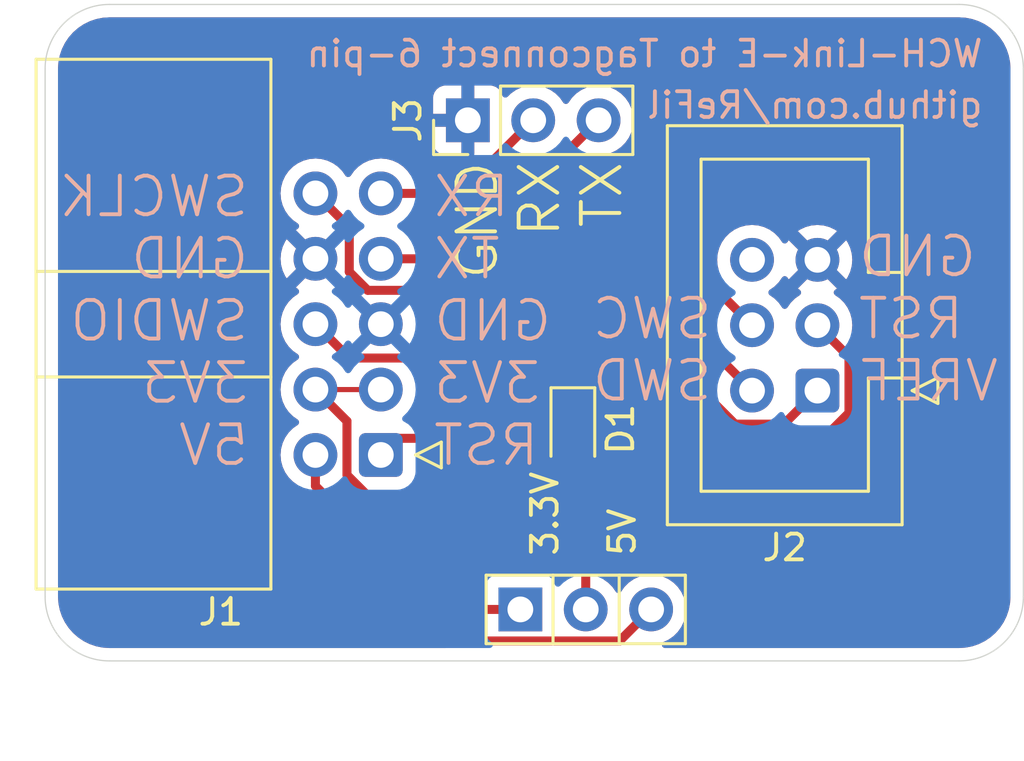
<source format=kicad_pcb>
(kicad_pcb (version 20240108) (generator "pcbnew") (generator_version "8.0")
  (layers (0 "F.Cu" signal) (31 "B.Cu" signal) (34 "B.Paste" user) (35 "F.Paste" user) (36 "B.SilkS" user "B.Silkscreen") (37 "F.SilkS" user "F.Silkscreen") (38 "B.Mask" user) (39 "F.Mask" user) (44 "Edge.Cuts" user))
  (net 0 "")
  (net 2 "Net-(D1-A)")
  (net 3 "/VREF")
  (net 4 "GND")
  (net 5 "+3V3")
  (net 6 "/RST")
  (net 7 "/U_RX")
  (net 8 "/SWDIO")
  (net 9 "/U_TX")
  (net 10 "+5V")
  (net 11 "/SWCLK")
  (footprint "Diode_SMD:D_SOD-323" (layer "F.Cu") (at 45.5 44 -90)
    (property "Reference" "D1" (at 0 -1.85 90) (layer "F.SilkS"))
    (property "Value" "1N4148WS")
    (fp_line (start -1.61 0.85) (end 1.05 0.85) (stroke (width 0.12)) (layer "F.SilkS"))
    (fp_line (start -1.61 -0.85) (end -1.61 0.85) (stroke (width 0.12)) (layer "F.SilkS"))
    (fp_line (start -1.61 -0.85) (end 1.05 -0.85) (stroke (width 0.12)) (layer "F.SilkS"))
    (pad "1" smd roundrect (at -1.05 0 270) (size 0.6 0.45) (layers "F.Cu" "F.Paste" "F.Mask") (net 3 "/VREF"))
    (pad "2" smd roundrect (at 1.05 0 270) (size 0.6 0.45) (layers "F.Cu" "F.Paste" "F.Mask") (net 2 "Net-(D1-A)"))
  )
  (footprint "Connector_PinHeader_2.54mm:PinHeader_1x03_P2.54mm_Vertical" (layer "F.Cu") (at 43.46 51 90)
    (property "Reference" "JP1" (hide yes))
    (property "Value" "Jumper_3_Open")
    (fp_line (start -1.33 -1.33) (end 1.33 -1.33) (stroke (width 0.12)) (layer "F.SilkS"))
    (fp_line (start 1.33 1.27) (end 1.33 -1.33) (stroke (width 0.12)) (layer "F.SilkS"))
    (fp_line (start 1.33 1.27) (end 1.33 6.41) (stroke (width 0.12)) (layer "F.SilkS"))
    (fp_line (start -1.33 1.27) (end -1.33 -1.33) (stroke (width 0.12)) (layer "F.SilkS"))
    (fp_line (start -1.33 1.27) (end 1.33 1.27) (stroke (width 0.12)) (layer "F.SilkS"))
    (fp_line (start -1.33 1.27) (end -1.33 6.41) (stroke (width 0.12)) (layer "F.SilkS"))
    (fp_line (start -1.33 3.84) (end 1.33 3.84) (stroke (width 0.12)) (layer "F.SilkS"))
    (fp_line (start -1.33 6.41) (end 1.33 6.41) (stroke (width 0.12)) (layer "F.SilkS"))
    (pad "1" thru_hole rect (at 0 0 90) (size 1.7 1.7) (drill 1) (layers "*.Cu" "*.Mask") (net 5 "+3V3"))
    (pad "2" thru_hole oval (at 0 2.54 90) (size 1.7 1.7) (drill 1) (layers "*.Cu" "*.Mask") (net 2 "Net-(D1-A)"))
    (pad "3" thru_hole oval (at 0 5.08 90) (size 1.7 1.7) (drill 1) (layers "*.Cu" "*.Mask") (net 10 "+5V"))
  )
  (footprint "Connector_IDC:IDC-Header_2x05_P2.54mm_Horizontal" (layer "F.Cu") (at 38.04 45 180)
    (property "Reference" "J1" (at 6.215 -6.1 0) (layer "F.SilkS"))
    (property "Value" "Conn_02x05_Odd_Even")
    (fp_line (start 13.39 15.37) (end 4.27 15.37) (stroke (width 0.12)) (layer "F.SilkS"))
    (fp_line (start 13.39 -5.21) (end 13.39 15.37) (stroke (width 0.12)) (layer "F.SilkS"))
    (fp_line (start 4.27 15.37) (end 4.27 -5.21) (stroke (width 0.12)) (layer "F.SilkS"))
    (fp_line (start 4.27 7.13) (end 13.39 7.13) (stroke (width 0.12)) (layer "F.SilkS"))
    (fp_line (start 4.27 3.03) (end 13.39 3.03) (stroke (width 0.12)) (layer "F.SilkS"))
    (fp_line (start 4.27 -5.21) (end 13.39 -5.21) (stroke (width 0.12)) (layer "F.SilkS"))
    (fp_line (start -1.35 0) (end -2.35 -0.5) (stroke (width 0.12)) (layer "F.SilkS"))
    (fp_line (start -2.35 0.5) (end -1.35 0) (stroke (width 0.12)) (layer "F.SilkS"))
    (fp_line (start -2.35 -0.5) (end -2.35 0.5) (stroke (width 0.12)) (layer "F.SilkS"))
    (pad "1" thru_hole roundrect (at 0 0 180) (size 1.7 1.7) (drill 1) (layers "*.Cu" "*.Mask") (roundrect_rratio 0.147059) (net 6 "/RST"))
    (pad "2" thru_hole circle (at 2.54 0 180) (size 1.7 1.7) (drill 1) (layers "*.Cu" "*.Mask") (net 10 "+5V"))
    (pad "3" thru_hole circle (at 0 2.54 180) (size 1.7 1.7) (drill 1) (layers "*.Cu" "*.Mask") (net 5 "+3V3"))
    (pad "4" thru_hole circle (at 2.54 2.54 180) (size 1.7 1.7) (drill 1) (layers "*.Cu" "*.Mask") (net 5 "+3V3"))
    (pad "5" thru_hole circle (at 0 5.08 180) (size 1.7 1.7) (drill 1) (layers "*.Cu" "*.Mask") (net 4 "GND"))
    (pad "6" thru_hole circle (at 2.54 5.08 180) (size 1.7 1.7) (drill 1) (layers "*.Cu" "*.Mask") (net 8 "/SWDIO"))
    (pad "7" thru_hole circle (at 0 7.62 180) (size 1.7 1.7) (drill 1) (layers "*.Cu" "*.Mask") (net 9 "/U_TX"))
    (pad "8" thru_hole circle (at 2.54 7.62 180) (size 1.7 1.7) (drill 1) (layers "*.Cu" "*.Mask") (net 4 "GND"))
    (pad "9" thru_hole circle (at 0 10.16 180) (size 1.7 1.7) (drill 1) (layers "*.Cu" "*.Mask") (net 7 "/U_RX"))
    (pad "10" thru_hole circle (at 2.54 10.16 180) (size 1.7 1.7) (drill 1) (layers "*.Cu" "*.Mask") (net 11 "/SWCLK"))
  )
  (footprint "Connector_PinHeader_2.54mm:PinHeader_1x03_P2.54mm_Vertical" (layer "F.Cu") (at 41.42 32 90)
    (property "Reference" "J3" (at 0 -2.33 90) (layer "F.SilkS"))
    (property "Value" "Conn_01x03")
    (fp_line (start -1.33 -1.33) (end 0 -1.33) (stroke (width 0.12)) (layer "F.SilkS"))
    (fp_line (start -1.33 0) (end -1.33 -1.33) (stroke (width 0.12)) (layer "F.SilkS"))
    (fp_line (start 1.33 1.27) (end 1.33 6.41) (stroke (width 0.12)) (layer "F.SilkS"))
    (fp_line (start -1.33 1.27) (end 1.33 1.27) (stroke (width 0.12)) (layer "F.SilkS"))
    (fp_line (start -1.33 1.27) (end -1.33 6.41) (stroke (width 0.12)) (layer "F.SilkS"))
    (fp_line (start -1.33 6.41) (end 1.33 6.41) (stroke (width 0.12)) (layer "F.SilkS"))
    (pad "1" thru_hole rect (at 0 0 90) (size 1.7 1.7) (drill 1) (layers "*.Cu" "*.Mask") (net 4 "GND"))
    (pad "2" thru_hole oval (at 0 2.54 90) (size 1.7 1.7) (drill 1) (layers "*.Cu" "*.Mask") (net 7 "/U_RX"))
    (pad "3" thru_hole oval (at 0 5.08 90) (size 1.7 1.7) (drill 1) (layers "*.Cu" "*.Mask") (net 9 "/U_TX"))
  )
  (footprint "Connector_IDC:IDC-Header_2x03_P2.54mm_Vertical" (layer "F.Cu") (at 55 42.5 180)
    (property "Reference" "J2" (at 1.27 -6.1 0) (layer "F.SilkS"))
    (property "Value" "Conn_02x03_Odd_Even")
    (fp_line (start 5.83 10.29) (end -3.29 10.29) (stroke (width 0.12)) (layer "F.SilkS"))
    (fp_line (start 5.83 -5.21) (end 5.83 10.29) (stroke (width 0.12)) (layer "F.SilkS"))
    (fp_line (start 4.52 8.99) (end -1.98 8.99) (stroke (width 0.12)) (layer "F.SilkS"))
    (fp_line (start 4.52 -3.91) (end 4.52 8.99) (stroke (width 0.12)) (layer "F.SilkS"))
    (fp_line (start -1.98 8.99) (end -1.98 4.59) (stroke (width 0.12)) (layer "F.SilkS"))
    (fp_line (start -1.98 4.59) (end -1.98 4.59) (stroke (width 0.12)) (layer "F.SilkS"))
    (fp_line (start -1.98 4.59) (end -3.29 4.59) (stroke (width 0.12)) (layer "F.SilkS"))
    (fp_line (start -1.98 0.49) (end -1.98 -3.91) (stroke (width 0.12)) (layer "F.SilkS"))
    (fp_line (start -1.98 -3.91) (end 4.52 -3.91) (stroke (width 0.12)) (layer "F.SilkS"))
    (fp_line (start -3.29 10.29) (end -3.29 -5.21) (stroke (width 0.12)) (layer "F.SilkS"))
    (fp_line (start -3.29 0.49) (end -1.98 0.49) (stroke (width 0.12)) (layer "F.SilkS"))
    (fp_line (start -3.29 -5.21) (end 5.83 -5.21) (stroke (width 0.12)) (layer "F.SilkS"))
    (fp_line (start -3.68 0) (end -4.68 -0.5) (stroke (width 0.12)) (layer "F.SilkS"))
    (fp_line (start -4.68 0.5) (end -3.68 0) (stroke (width 0.12)) (layer "F.SilkS"))
    (fp_line (start -4.68 -0.5) (end -4.68 0.5) (stroke (width 0.12)) (layer "F.SilkS"))
    (pad "1" thru_hole roundrect (at 0 0 180) (size 1.7 1.7) (drill 1) (layers "*.Cu" "*.Mask") (roundrect_rratio 0.147059) (net 3 "/VREF"))
    (pad "2" thru_hole circle (at 2.54 0 180) (size 1.7 1.7) (drill 1) (layers "*.Cu" "*.Mask") (net 8 "/SWDIO"))
    (pad "3" thru_hole circle (at 0 2.54 180) (size 1.7 1.7) (drill 1) (layers "*.Cu" "*.Mask") (net 6 "/RST"))
    (pad "4" thru_hole circle (at 2.54 2.54 180) (size 1.7 1.7) (drill 1) (layers "*.Cu" "*.Mask") (net 11 "/SWCLK"))
    (pad "5" thru_hole circle (at 0 5.08 180) (size 1.7 1.7) (drill 1) (layers "*.Cu" "*.Mask") (net 4 "GND"))
    (pad "6" thru_hole circle (at 2.54 5.08 180) (size 1.7 1.7) (drill 1) (layers "*.Cu" "*.Mask"))
  )
  (gr_arc (start 27.5 53) (mid 25.732233 52.267767) (end 25 50.5) (stroke (width 0.05)) (layer "Edge.Cuts"))
  (gr_arc (start 25 30) (mid 25.732233 28.232233) (end 27.5 27.5) (stroke (width 0.05)) (layer "Edge.Cuts"))
  (gr_line (start 25 50.5) (end 25 30) (stroke (width 0.05)) (layer "Edge.Cuts"))
  (gr_line (start 27.5 53) (end 60.5 53) (stroke (width 0.05)) (layer "Edge.Cuts"))
  (gr_line (start 63 50.5) (end 63 30) (stroke (width 0.05)) (layer "Edge.Cuts"))
  (gr_arc (start 63 50.5) (mid 62.267767 52.267767) (end 60.5 53) (stroke (width 0.05)) (layer "Edge.Cuts"))
  (gr_line (start 60.5 27.5) (end 27.5 27.5) (stroke (width 0.05)) (layer "Edge.Cuts"))
  (gr_arc (start 60.5 27.5) (mid 62.267767 28.232233) (end 63 30) (stroke (width 0.05)) (layer "Edge.Cuts"))
  (gr_text "RX\nTX\nGND\n3V3\nRST" (at 40 45.5 0) (layer "B.SilkS") (effects (font (size 1.5 1.5)) (justify right bottom mirror)))
  (gr_text "github.com/ReFil" (at 61.5 32 0) (layer "B.SilkS") (effects (font (size 1 1)) (justify left bottom mirror)))
  (gr_text "WCH-Link-E to Tagconnect 6-pin" (at 61.5 30 -0) (layer "B.SilkS") (effects (font (size 1 1)) (justify left bottom mirror)))
  (gr_text "SWC\nSWD" (at 51 43 0) (layer "B.SilkS") (effects (font (size 1.5 1.5)) (justify left bottom mirror)))
  (gr_text "SWCLK\nGND\nSWDIO\n3V3\n5V" (at 33 45.5 0) (layer "B.SilkS") (effects (font (size 1.5 1.5)) (justify left bottom mirror)))
  (gr_text "GND\nRST\nVREF" (at 56.5 43 -0) (layer "B.SilkS") (effects (font (size 1.5 1.5)) (justify right bottom mirror)))
  (gr_text "3.3V" (at 45 49 90) (layer "F.SilkS") (effects (font (size 1 1)) (justify left bottom)))
  (gr_text "GND\nRX\nTX\n" (at 47.5 33.5 90) (layer "F.SilkS") (effects (font (size 1.5 1.5)) (justify right bottom)))
  (gr_text "5V" (at 48 49 90) (layer "F.SilkS") (effects (font (size 1 1)) (justify left bottom)))
  (segment (start 46 51) (end 46 45.55) (width 0.35) (layer "F.Cu") (net 2))
  (segment (start 46 45.55) (end 45.5 45.05) (width 0.35) (layer "F.Cu") (net 2))
  (segment (start 45.5 42.95) (end 50.95 42.95) (width 0.35) (layer "F.Cu") (net 3))
  (segment (start 53.696751 43.803249) (end 55 42.5) (width 0.35) (layer "F.Cu") (net 3))
  (segment (start 50.95 42.95) (end 51.803249 43.803249) (width 0.35) (layer "F.Cu") (net 3))
  (segment (start 51.803249 43.803249) (end 53.696751 43.803249) (width 0.35) (layer "F.Cu") (net 3))
  (segment (start 41.94919 51) (end 36.725 45.77581) (width 0.35) (layer "F.Cu") (net 5))
  (segment (start 36.725 43.685) (end 35.5 42.46) (width 0.35) (layer "F.Cu") (net 5))
  (segment (start 35.5 42.46) (end 38.04 42.46) (width 0.2) (layer "F.Cu") (net 5))
  (segment (start 36.725 45.77581) (end 36.725 43.685) (width 0.35) (layer "F.Cu") (net 5))
  (segment (start 43.46 51) (end 41.94919 51) (width 0.35) (layer "F.Cu") (net 5))
  (segment (start 56.225 43.36581) (end 56.225 41.185) (width 0.35) (layer "F.Cu") (net 6))
  (segment (start 56.225 41.185) (end 55 39.96) (width 0.35) (layer "F.Cu") (net 6))
  (segment (start 38.686751 44.353249) (end 55.237561 44.353249) (width 0.35) (layer "F.Cu") (net 6))
  (segment (start 55.237561 44.353249) (end 56.225 43.36581) (width 0.35) (layer "F.Cu") (net 6))
  (segment (start 38.04 45) (end 38.686751 44.353249) (width 0.35) (layer "F.Cu") (net 6))
  (segment (start 41.12 34.84) (end 43.96 32) (width 0.35) (layer "F.Cu") (net 7))
  (segment (start 38.04 34.84) (end 41.12 34.84) (width 0.35) (layer "F.Cu") (net 7))
  (segment (start 36.815 41.235) (end 35.5 39.92) (width 0.35) (layer "F.Cu") (net 8))
  (segment (start 51.195 41.235) (end 36.815 41.235) (width 0.35) (layer "F.Cu") (net 8))
  (segment (start 52.46 42.5) (end 51.195 41.235) (width 0.35) (layer "F.Cu") (net 8))
  (segment (start 41.12 37.38) (end 46.5 32) (width 0.35) (layer "F.Cu") (net 9))
  (segment (start 38.04 37.38) (end 41.12 37.38) (width 0.35) (layer "F.Cu") (net 9))
  (segment (start 47.315 52.225) (end 48.54 51) (width 0.35) (layer "F.Cu") (net 10))
  (segment (start 35.5 46.202081) (end 41.522919 52.225) (width 0.35) (layer "F.Cu") (net 10))
  (segment (start 35.5 45) (end 35.5 46.202081) (width 0.35) (layer "F.Cu") (net 10))
  (segment (start 41.522919 52.225) (end 47.315 52.225) (width 0.35) (layer "F.Cu") (net 10))
  (segment (start 37.532588 38.605) (end 36.815 37.887412) (width 0.35) (layer "F.Cu") (net 11))
  (segment (start 36.815 37.887412) (end 36.815 36.155) (width 0.35) (layer "F.Cu") (net 11))
  (segment (start 52.46 39.96) (end 51.105 38.605) (width 0.35) (layer "F.Cu") (net 11))
  (segment (start 36.815 36.155) (end 35.5 34.84) (width 0.35) (layer "F.Cu") (net 11))
  (segment (start 51.105 38.605) (end 37.532588 38.605) (width 0.35) (layer "F.Cu") (net 11))
  (zone (net 4) (net_name "GND") (layers "F&B.Cu") (connect_pads (clearance 0.5)) (min_thickness 0.25) (fill yes (thermal_gap 0.5) (thermal_bridge_width 0.5))
    (polygon (pts (xy 25 27.5) (xy 63 27.5) (xy 63 53) (xy 25 53)))
  )
)
</source>
